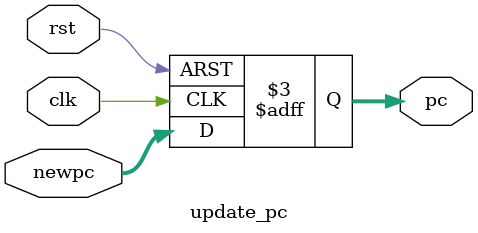
<source format=v>
module update_pc(rst, clk, newpc, pc);	// To update the pc
input rst, clk;
input[31:0] newpc;
output reg [31:0] pc;

always@(negedge rst or posedge clk)
begin
if (!rst)
	pc <= 0;
else
	pc <= newpc;
end

endmodule

</source>
